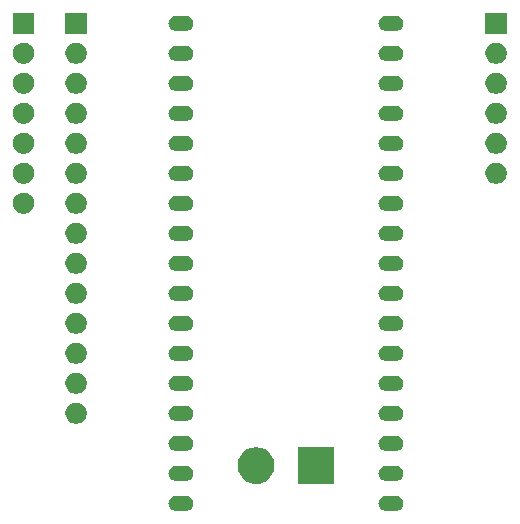
<source format=gbr>
G04 #@! TF.GenerationSoftware,KiCad,Pcbnew,(5.1.5)-2*
G04 #@! TF.CreationDate,2020-04-12T20:47:40+10:00*
G04 #@! TF.ProjectId,stm32-energymon,73746d33-322d-4656-9e65-7267796d6f6e,rev?*
G04 #@! TF.SameCoordinates,Original*
G04 #@! TF.FileFunction,Soldermask,Bot*
G04 #@! TF.FilePolarity,Negative*
%FSLAX46Y46*%
G04 Gerber Fmt 4.6, Leading zero omitted, Abs format (unit mm)*
G04 Created by KiCad (PCBNEW (5.1.5)-2) date 2020-04-12 20:47:40*
%MOMM*%
%LPD*%
G04 APERTURE LIST*
%ADD10C,0.100000*%
G04 APERTURE END LIST*
D10*
G36*
X115373855Y-102857140D02*
G01*
X115437618Y-102863420D01*
X115528404Y-102890960D01*
X115560336Y-102900646D01*
X115673425Y-102961094D01*
X115772554Y-103042446D01*
X115853906Y-103141575D01*
X115914354Y-103254664D01*
X115914355Y-103254668D01*
X115951580Y-103377382D01*
X115964149Y-103505000D01*
X115951580Y-103632618D01*
X115924040Y-103723404D01*
X115914354Y-103755336D01*
X115853906Y-103868425D01*
X115772554Y-103967554D01*
X115673425Y-104048906D01*
X115560336Y-104109354D01*
X115528404Y-104119040D01*
X115437618Y-104146580D01*
X115373855Y-104152860D01*
X115341974Y-104156000D01*
X114478026Y-104156000D01*
X114446145Y-104152860D01*
X114382382Y-104146580D01*
X114291596Y-104119040D01*
X114259664Y-104109354D01*
X114146575Y-104048906D01*
X114047446Y-103967554D01*
X113966094Y-103868425D01*
X113905646Y-103755336D01*
X113895960Y-103723404D01*
X113868420Y-103632618D01*
X113855851Y-103505000D01*
X113868420Y-103377382D01*
X113905645Y-103254668D01*
X113905646Y-103254664D01*
X113966094Y-103141575D01*
X114047446Y-103042446D01*
X114146575Y-102961094D01*
X114259664Y-102900646D01*
X114291596Y-102890960D01*
X114382382Y-102863420D01*
X114446145Y-102857140D01*
X114478026Y-102854000D01*
X115341974Y-102854000D01*
X115373855Y-102857140D01*
G37*
G36*
X97593855Y-102857140D02*
G01*
X97657618Y-102863420D01*
X97748404Y-102890960D01*
X97780336Y-102900646D01*
X97893425Y-102961094D01*
X97992554Y-103042446D01*
X98073906Y-103141575D01*
X98134354Y-103254664D01*
X98134355Y-103254668D01*
X98171580Y-103377382D01*
X98184149Y-103505000D01*
X98171580Y-103632618D01*
X98144040Y-103723404D01*
X98134354Y-103755336D01*
X98073906Y-103868425D01*
X97992554Y-103967554D01*
X97893425Y-104048906D01*
X97780336Y-104109354D01*
X97748404Y-104119040D01*
X97657618Y-104146580D01*
X97593855Y-104152860D01*
X97561974Y-104156000D01*
X96698026Y-104156000D01*
X96666145Y-104152860D01*
X96602382Y-104146580D01*
X96511596Y-104119040D01*
X96479664Y-104109354D01*
X96366575Y-104048906D01*
X96267446Y-103967554D01*
X96186094Y-103868425D01*
X96125646Y-103755336D01*
X96115960Y-103723404D01*
X96088420Y-103632618D01*
X96075851Y-103505000D01*
X96088420Y-103377382D01*
X96125645Y-103254668D01*
X96125646Y-103254664D01*
X96186094Y-103141575D01*
X96267446Y-103042446D01*
X96366575Y-102961094D01*
X96479664Y-102900646D01*
X96511596Y-102890960D01*
X96602382Y-102863420D01*
X96666145Y-102857140D01*
X96698026Y-102854000D01*
X97561974Y-102854000D01*
X97593855Y-102857140D01*
G37*
G36*
X103705143Y-98788425D02*
G01*
X103957410Y-98838604D01*
X104239674Y-98955521D01*
X104493705Y-99125259D01*
X104709741Y-99341295D01*
X104879479Y-99595326D01*
X104996396Y-99877590D01*
X104996396Y-99877591D01*
X105056000Y-100177239D01*
X105056000Y-100482761D01*
X105032366Y-100601575D01*
X104996396Y-100782410D01*
X104879479Y-101064674D01*
X104709741Y-101318705D01*
X104493705Y-101534741D01*
X104239674Y-101704479D01*
X103957410Y-101821396D01*
X103807585Y-101851198D01*
X103657761Y-101881000D01*
X103352239Y-101881000D01*
X103202415Y-101851198D01*
X103052590Y-101821396D01*
X102770326Y-101704479D01*
X102516295Y-101534741D01*
X102300259Y-101318705D01*
X102130521Y-101064674D01*
X102013604Y-100782410D01*
X101977634Y-100601575D01*
X101954000Y-100482761D01*
X101954000Y-100177239D01*
X102013604Y-99877591D01*
X102013604Y-99877590D01*
X102130521Y-99595326D01*
X102300259Y-99341295D01*
X102516295Y-99125259D01*
X102770326Y-98955521D01*
X103052590Y-98838604D01*
X103304857Y-98788425D01*
X103352239Y-98779000D01*
X103657761Y-98779000D01*
X103705143Y-98788425D01*
G37*
G36*
X110136000Y-101881000D02*
G01*
X107034000Y-101881000D01*
X107034000Y-98779000D01*
X110136000Y-98779000D01*
X110136000Y-101881000D01*
G37*
G36*
X97593855Y-100317140D02*
G01*
X97657618Y-100323420D01*
X97748404Y-100350960D01*
X97780336Y-100360646D01*
X97893425Y-100421094D01*
X97992554Y-100502446D01*
X98073906Y-100601575D01*
X98134354Y-100714664D01*
X98134355Y-100714668D01*
X98171580Y-100837382D01*
X98184149Y-100965000D01*
X98171580Y-101092618D01*
X98144040Y-101183404D01*
X98134354Y-101215336D01*
X98073906Y-101328425D01*
X97992554Y-101427554D01*
X97893425Y-101508906D01*
X97780336Y-101569354D01*
X97748404Y-101579040D01*
X97657618Y-101606580D01*
X97593855Y-101612860D01*
X97561974Y-101616000D01*
X96698026Y-101616000D01*
X96666145Y-101612860D01*
X96602382Y-101606580D01*
X96511596Y-101579040D01*
X96479664Y-101569354D01*
X96366575Y-101508906D01*
X96267446Y-101427554D01*
X96186094Y-101328425D01*
X96125646Y-101215336D01*
X96115960Y-101183404D01*
X96088420Y-101092618D01*
X96075851Y-100965000D01*
X96088420Y-100837382D01*
X96125645Y-100714668D01*
X96125646Y-100714664D01*
X96186094Y-100601575D01*
X96267446Y-100502446D01*
X96366575Y-100421094D01*
X96479664Y-100360646D01*
X96511596Y-100350960D01*
X96602382Y-100323420D01*
X96666145Y-100317140D01*
X96698026Y-100314000D01*
X97561974Y-100314000D01*
X97593855Y-100317140D01*
G37*
G36*
X115373855Y-100317140D02*
G01*
X115437618Y-100323420D01*
X115528404Y-100350960D01*
X115560336Y-100360646D01*
X115673425Y-100421094D01*
X115772554Y-100502446D01*
X115853906Y-100601575D01*
X115914354Y-100714664D01*
X115914355Y-100714668D01*
X115951580Y-100837382D01*
X115964149Y-100965000D01*
X115951580Y-101092618D01*
X115924040Y-101183404D01*
X115914354Y-101215336D01*
X115853906Y-101328425D01*
X115772554Y-101427554D01*
X115673425Y-101508906D01*
X115560336Y-101569354D01*
X115528404Y-101579040D01*
X115437618Y-101606580D01*
X115373855Y-101612860D01*
X115341974Y-101616000D01*
X114478026Y-101616000D01*
X114446145Y-101612860D01*
X114382382Y-101606580D01*
X114291596Y-101579040D01*
X114259664Y-101569354D01*
X114146575Y-101508906D01*
X114047446Y-101427554D01*
X113966094Y-101328425D01*
X113905646Y-101215336D01*
X113895960Y-101183404D01*
X113868420Y-101092618D01*
X113855851Y-100965000D01*
X113868420Y-100837382D01*
X113905645Y-100714668D01*
X113905646Y-100714664D01*
X113966094Y-100601575D01*
X114047446Y-100502446D01*
X114146575Y-100421094D01*
X114259664Y-100360646D01*
X114291596Y-100350960D01*
X114382382Y-100323420D01*
X114446145Y-100317140D01*
X114478026Y-100314000D01*
X115341974Y-100314000D01*
X115373855Y-100317140D01*
G37*
G36*
X115373855Y-97777140D02*
G01*
X115437618Y-97783420D01*
X115528404Y-97810960D01*
X115560336Y-97820646D01*
X115673425Y-97881094D01*
X115772554Y-97962446D01*
X115853906Y-98061575D01*
X115914354Y-98174664D01*
X115914355Y-98174668D01*
X115951580Y-98297382D01*
X115964149Y-98425000D01*
X115951580Y-98552618D01*
X115924040Y-98643404D01*
X115914354Y-98675336D01*
X115853906Y-98788425D01*
X115772554Y-98887554D01*
X115673425Y-98968906D01*
X115560336Y-99029354D01*
X115528404Y-99039040D01*
X115437618Y-99066580D01*
X115373855Y-99072860D01*
X115341974Y-99076000D01*
X114478026Y-99076000D01*
X114446145Y-99072860D01*
X114382382Y-99066580D01*
X114291596Y-99039040D01*
X114259664Y-99029354D01*
X114146575Y-98968906D01*
X114047446Y-98887554D01*
X113966094Y-98788425D01*
X113905646Y-98675336D01*
X113895960Y-98643404D01*
X113868420Y-98552618D01*
X113855851Y-98425000D01*
X113868420Y-98297382D01*
X113905645Y-98174668D01*
X113905646Y-98174664D01*
X113966094Y-98061575D01*
X114047446Y-97962446D01*
X114146575Y-97881094D01*
X114259664Y-97820646D01*
X114291596Y-97810960D01*
X114382382Y-97783420D01*
X114446145Y-97777140D01*
X114478026Y-97774000D01*
X115341974Y-97774000D01*
X115373855Y-97777140D01*
G37*
G36*
X97593855Y-97777140D02*
G01*
X97657618Y-97783420D01*
X97748404Y-97810960D01*
X97780336Y-97820646D01*
X97893425Y-97881094D01*
X97992554Y-97962446D01*
X98073906Y-98061575D01*
X98134354Y-98174664D01*
X98134355Y-98174668D01*
X98171580Y-98297382D01*
X98184149Y-98425000D01*
X98171580Y-98552618D01*
X98144040Y-98643404D01*
X98134354Y-98675336D01*
X98073906Y-98788425D01*
X97992554Y-98887554D01*
X97893425Y-98968906D01*
X97780336Y-99029354D01*
X97748404Y-99039040D01*
X97657618Y-99066580D01*
X97593855Y-99072860D01*
X97561974Y-99076000D01*
X96698026Y-99076000D01*
X96666145Y-99072860D01*
X96602382Y-99066580D01*
X96511596Y-99039040D01*
X96479664Y-99029354D01*
X96366575Y-98968906D01*
X96267446Y-98887554D01*
X96186094Y-98788425D01*
X96125646Y-98675336D01*
X96115960Y-98643404D01*
X96088420Y-98552618D01*
X96075851Y-98425000D01*
X96088420Y-98297382D01*
X96125645Y-98174668D01*
X96125646Y-98174664D01*
X96186094Y-98061575D01*
X96267446Y-97962446D01*
X96366575Y-97881094D01*
X96479664Y-97820646D01*
X96511596Y-97810960D01*
X96602382Y-97783420D01*
X96666145Y-97777140D01*
X96698026Y-97774000D01*
X97561974Y-97774000D01*
X97593855Y-97777140D01*
G37*
G36*
X88378512Y-94988927D02*
G01*
X88527812Y-95018624D01*
X88691784Y-95086544D01*
X88839354Y-95185147D01*
X88964853Y-95310646D01*
X89063456Y-95458216D01*
X89131376Y-95622188D01*
X89166000Y-95796259D01*
X89166000Y-95973741D01*
X89131376Y-96147812D01*
X89063456Y-96311784D01*
X88964853Y-96459354D01*
X88839354Y-96584853D01*
X88691784Y-96683456D01*
X88527812Y-96751376D01*
X88378512Y-96781073D01*
X88353742Y-96786000D01*
X88176258Y-96786000D01*
X88151488Y-96781073D01*
X88002188Y-96751376D01*
X87838216Y-96683456D01*
X87690646Y-96584853D01*
X87565147Y-96459354D01*
X87466544Y-96311784D01*
X87398624Y-96147812D01*
X87364000Y-95973741D01*
X87364000Y-95796259D01*
X87398624Y-95622188D01*
X87466544Y-95458216D01*
X87565147Y-95310646D01*
X87690646Y-95185147D01*
X87838216Y-95086544D01*
X88002188Y-95018624D01*
X88151488Y-94988927D01*
X88176258Y-94984000D01*
X88353742Y-94984000D01*
X88378512Y-94988927D01*
G37*
G36*
X115373855Y-95237140D02*
G01*
X115437618Y-95243420D01*
X115528404Y-95270960D01*
X115560336Y-95280646D01*
X115673425Y-95341094D01*
X115772554Y-95422446D01*
X115853906Y-95521575D01*
X115914354Y-95634664D01*
X115914355Y-95634668D01*
X115951580Y-95757382D01*
X115964149Y-95885000D01*
X115951580Y-96012618D01*
X115924040Y-96103404D01*
X115914354Y-96135336D01*
X115853906Y-96248425D01*
X115772554Y-96347554D01*
X115673425Y-96428906D01*
X115560336Y-96489354D01*
X115528404Y-96499040D01*
X115437618Y-96526580D01*
X115373855Y-96532860D01*
X115341974Y-96536000D01*
X114478026Y-96536000D01*
X114446145Y-96532860D01*
X114382382Y-96526580D01*
X114291596Y-96499040D01*
X114259664Y-96489354D01*
X114146575Y-96428906D01*
X114047446Y-96347554D01*
X113966094Y-96248425D01*
X113905646Y-96135336D01*
X113895960Y-96103404D01*
X113868420Y-96012618D01*
X113855851Y-95885000D01*
X113868420Y-95757382D01*
X113905645Y-95634668D01*
X113905646Y-95634664D01*
X113966094Y-95521575D01*
X114047446Y-95422446D01*
X114146575Y-95341094D01*
X114259664Y-95280646D01*
X114291596Y-95270960D01*
X114382382Y-95243420D01*
X114446145Y-95237140D01*
X114478026Y-95234000D01*
X115341974Y-95234000D01*
X115373855Y-95237140D01*
G37*
G36*
X97593855Y-95237140D02*
G01*
X97657618Y-95243420D01*
X97748404Y-95270960D01*
X97780336Y-95280646D01*
X97893425Y-95341094D01*
X97992554Y-95422446D01*
X98073906Y-95521575D01*
X98134354Y-95634664D01*
X98134355Y-95634668D01*
X98171580Y-95757382D01*
X98184149Y-95885000D01*
X98171580Y-96012618D01*
X98144040Y-96103404D01*
X98134354Y-96135336D01*
X98073906Y-96248425D01*
X97992554Y-96347554D01*
X97893425Y-96428906D01*
X97780336Y-96489354D01*
X97748404Y-96499040D01*
X97657618Y-96526580D01*
X97593855Y-96532860D01*
X97561974Y-96536000D01*
X96698026Y-96536000D01*
X96666145Y-96532860D01*
X96602382Y-96526580D01*
X96511596Y-96499040D01*
X96479664Y-96489354D01*
X96366575Y-96428906D01*
X96267446Y-96347554D01*
X96186094Y-96248425D01*
X96125646Y-96135336D01*
X96115960Y-96103404D01*
X96088420Y-96012618D01*
X96075851Y-95885000D01*
X96088420Y-95757382D01*
X96125645Y-95634668D01*
X96125646Y-95634664D01*
X96186094Y-95521575D01*
X96267446Y-95422446D01*
X96366575Y-95341094D01*
X96479664Y-95280646D01*
X96511596Y-95270960D01*
X96602382Y-95243420D01*
X96666145Y-95237140D01*
X96698026Y-95234000D01*
X97561974Y-95234000D01*
X97593855Y-95237140D01*
G37*
G36*
X88378512Y-92448927D02*
G01*
X88527812Y-92478624D01*
X88691784Y-92546544D01*
X88839354Y-92645147D01*
X88964853Y-92770646D01*
X89063456Y-92918216D01*
X89131376Y-93082188D01*
X89166000Y-93256259D01*
X89166000Y-93433741D01*
X89131376Y-93607812D01*
X89063456Y-93771784D01*
X88964853Y-93919354D01*
X88839354Y-94044853D01*
X88691784Y-94143456D01*
X88527812Y-94211376D01*
X88378512Y-94241073D01*
X88353742Y-94246000D01*
X88176258Y-94246000D01*
X88151488Y-94241073D01*
X88002188Y-94211376D01*
X87838216Y-94143456D01*
X87690646Y-94044853D01*
X87565147Y-93919354D01*
X87466544Y-93771784D01*
X87398624Y-93607812D01*
X87364000Y-93433741D01*
X87364000Y-93256259D01*
X87398624Y-93082188D01*
X87466544Y-92918216D01*
X87565147Y-92770646D01*
X87690646Y-92645147D01*
X87838216Y-92546544D01*
X88002188Y-92478624D01*
X88151488Y-92448927D01*
X88176258Y-92444000D01*
X88353742Y-92444000D01*
X88378512Y-92448927D01*
G37*
G36*
X97593855Y-92697140D02*
G01*
X97657618Y-92703420D01*
X97748404Y-92730960D01*
X97780336Y-92740646D01*
X97893425Y-92801094D01*
X97992554Y-92882446D01*
X98073906Y-92981575D01*
X98134354Y-93094664D01*
X98134355Y-93094668D01*
X98171580Y-93217382D01*
X98184149Y-93345000D01*
X98171580Y-93472618D01*
X98144040Y-93563404D01*
X98134354Y-93595336D01*
X98073906Y-93708425D01*
X97992554Y-93807554D01*
X97893425Y-93888906D01*
X97780336Y-93949354D01*
X97748404Y-93959040D01*
X97657618Y-93986580D01*
X97593855Y-93992860D01*
X97561974Y-93996000D01*
X96698026Y-93996000D01*
X96666145Y-93992860D01*
X96602382Y-93986580D01*
X96511596Y-93959040D01*
X96479664Y-93949354D01*
X96366575Y-93888906D01*
X96267446Y-93807554D01*
X96186094Y-93708425D01*
X96125646Y-93595336D01*
X96115960Y-93563404D01*
X96088420Y-93472618D01*
X96075851Y-93345000D01*
X96088420Y-93217382D01*
X96125645Y-93094668D01*
X96125646Y-93094664D01*
X96186094Y-92981575D01*
X96267446Y-92882446D01*
X96366575Y-92801094D01*
X96479664Y-92740646D01*
X96511596Y-92730960D01*
X96602382Y-92703420D01*
X96666145Y-92697140D01*
X96698026Y-92694000D01*
X97561974Y-92694000D01*
X97593855Y-92697140D01*
G37*
G36*
X115373855Y-92697140D02*
G01*
X115437618Y-92703420D01*
X115528404Y-92730960D01*
X115560336Y-92740646D01*
X115673425Y-92801094D01*
X115772554Y-92882446D01*
X115853906Y-92981575D01*
X115914354Y-93094664D01*
X115914355Y-93094668D01*
X115951580Y-93217382D01*
X115964149Y-93345000D01*
X115951580Y-93472618D01*
X115924040Y-93563404D01*
X115914354Y-93595336D01*
X115853906Y-93708425D01*
X115772554Y-93807554D01*
X115673425Y-93888906D01*
X115560336Y-93949354D01*
X115528404Y-93959040D01*
X115437618Y-93986580D01*
X115373855Y-93992860D01*
X115341974Y-93996000D01*
X114478026Y-93996000D01*
X114446145Y-93992860D01*
X114382382Y-93986580D01*
X114291596Y-93959040D01*
X114259664Y-93949354D01*
X114146575Y-93888906D01*
X114047446Y-93807554D01*
X113966094Y-93708425D01*
X113905646Y-93595336D01*
X113895960Y-93563404D01*
X113868420Y-93472618D01*
X113855851Y-93345000D01*
X113868420Y-93217382D01*
X113905645Y-93094668D01*
X113905646Y-93094664D01*
X113966094Y-92981575D01*
X114047446Y-92882446D01*
X114146575Y-92801094D01*
X114259664Y-92740646D01*
X114291596Y-92730960D01*
X114382382Y-92703420D01*
X114446145Y-92697140D01*
X114478026Y-92694000D01*
X115341974Y-92694000D01*
X115373855Y-92697140D01*
G37*
G36*
X88378512Y-89908927D02*
G01*
X88527812Y-89938624D01*
X88691784Y-90006544D01*
X88839354Y-90105147D01*
X88964853Y-90230646D01*
X89063456Y-90378216D01*
X89131376Y-90542188D01*
X89166000Y-90716259D01*
X89166000Y-90893741D01*
X89131376Y-91067812D01*
X89063456Y-91231784D01*
X88964853Y-91379354D01*
X88839354Y-91504853D01*
X88691784Y-91603456D01*
X88527812Y-91671376D01*
X88378512Y-91701073D01*
X88353742Y-91706000D01*
X88176258Y-91706000D01*
X88151488Y-91701073D01*
X88002188Y-91671376D01*
X87838216Y-91603456D01*
X87690646Y-91504853D01*
X87565147Y-91379354D01*
X87466544Y-91231784D01*
X87398624Y-91067812D01*
X87364000Y-90893741D01*
X87364000Y-90716259D01*
X87398624Y-90542188D01*
X87466544Y-90378216D01*
X87565147Y-90230646D01*
X87690646Y-90105147D01*
X87838216Y-90006544D01*
X88002188Y-89938624D01*
X88151488Y-89908927D01*
X88176258Y-89904000D01*
X88353742Y-89904000D01*
X88378512Y-89908927D01*
G37*
G36*
X97593855Y-90157140D02*
G01*
X97657618Y-90163420D01*
X97748404Y-90190960D01*
X97780336Y-90200646D01*
X97893425Y-90261094D01*
X97992554Y-90342446D01*
X98073906Y-90441575D01*
X98134354Y-90554664D01*
X98134355Y-90554668D01*
X98171580Y-90677382D01*
X98184149Y-90805000D01*
X98171580Y-90932618D01*
X98144040Y-91023404D01*
X98134354Y-91055336D01*
X98073906Y-91168425D01*
X97992554Y-91267554D01*
X97893425Y-91348906D01*
X97780336Y-91409354D01*
X97748404Y-91419040D01*
X97657618Y-91446580D01*
X97593855Y-91452860D01*
X97561974Y-91456000D01*
X96698026Y-91456000D01*
X96666145Y-91452860D01*
X96602382Y-91446580D01*
X96511596Y-91419040D01*
X96479664Y-91409354D01*
X96366575Y-91348906D01*
X96267446Y-91267554D01*
X96186094Y-91168425D01*
X96125646Y-91055336D01*
X96115960Y-91023404D01*
X96088420Y-90932618D01*
X96075851Y-90805000D01*
X96088420Y-90677382D01*
X96125645Y-90554668D01*
X96125646Y-90554664D01*
X96186094Y-90441575D01*
X96267446Y-90342446D01*
X96366575Y-90261094D01*
X96479664Y-90200646D01*
X96511596Y-90190960D01*
X96602382Y-90163420D01*
X96666145Y-90157140D01*
X96698026Y-90154000D01*
X97561974Y-90154000D01*
X97593855Y-90157140D01*
G37*
G36*
X115373855Y-90157140D02*
G01*
X115437618Y-90163420D01*
X115528404Y-90190960D01*
X115560336Y-90200646D01*
X115673425Y-90261094D01*
X115772554Y-90342446D01*
X115853906Y-90441575D01*
X115914354Y-90554664D01*
X115914355Y-90554668D01*
X115951580Y-90677382D01*
X115964149Y-90805000D01*
X115951580Y-90932618D01*
X115924040Y-91023404D01*
X115914354Y-91055336D01*
X115853906Y-91168425D01*
X115772554Y-91267554D01*
X115673425Y-91348906D01*
X115560336Y-91409354D01*
X115528404Y-91419040D01*
X115437618Y-91446580D01*
X115373855Y-91452860D01*
X115341974Y-91456000D01*
X114478026Y-91456000D01*
X114446145Y-91452860D01*
X114382382Y-91446580D01*
X114291596Y-91419040D01*
X114259664Y-91409354D01*
X114146575Y-91348906D01*
X114047446Y-91267554D01*
X113966094Y-91168425D01*
X113905646Y-91055336D01*
X113895960Y-91023404D01*
X113868420Y-90932618D01*
X113855851Y-90805000D01*
X113868420Y-90677382D01*
X113905645Y-90554668D01*
X113905646Y-90554664D01*
X113966094Y-90441575D01*
X114047446Y-90342446D01*
X114146575Y-90261094D01*
X114259664Y-90200646D01*
X114291596Y-90190960D01*
X114382382Y-90163420D01*
X114446145Y-90157140D01*
X114478026Y-90154000D01*
X115341974Y-90154000D01*
X115373855Y-90157140D01*
G37*
G36*
X88378512Y-87368927D02*
G01*
X88527812Y-87398624D01*
X88691784Y-87466544D01*
X88839354Y-87565147D01*
X88964853Y-87690646D01*
X89063456Y-87838216D01*
X89131376Y-88002188D01*
X89166000Y-88176259D01*
X89166000Y-88353741D01*
X89131376Y-88527812D01*
X89063456Y-88691784D01*
X88964853Y-88839354D01*
X88839354Y-88964853D01*
X88691784Y-89063456D01*
X88527812Y-89131376D01*
X88378512Y-89161073D01*
X88353742Y-89166000D01*
X88176258Y-89166000D01*
X88151488Y-89161073D01*
X88002188Y-89131376D01*
X87838216Y-89063456D01*
X87690646Y-88964853D01*
X87565147Y-88839354D01*
X87466544Y-88691784D01*
X87398624Y-88527812D01*
X87364000Y-88353741D01*
X87364000Y-88176259D01*
X87398624Y-88002188D01*
X87466544Y-87838216D01*
X87565147Y-87690646D01*
X87690646Y-87565147D01*
X87838216Y-87466544D01*
X88002188Y-87398624D01*
X88151488Y-87368927D01*
X88176258Y-87364000D01*
X88353742Y-87364000D01*
X88378512Y-87368927D01*
G37*
G36*
X97593855Y-87617140D02*
G01*
X97657618Y-87623420D01*
X97748404Y-87650960D01*
X97780336Y-87660646D01*
X97893425Y-87721094D01*
X97992554Y-87802446D01*
X98073906Y-87901575D01*
X98134354Y-88014664D01*
X98134355Y-88014668D01*
X98171580Y-88137382D01*
X98184149Y-88265000D01*
X98171580Y-88392618D01*
X98144040Y-88483404D01*
X98134354Y-88515336D01*
X98073906Y-88628425D01*
X97992554Y-88727554D01*
X97893425Y-88808906D01*
X97780336Y-88869354D01*
X97748404Y-88879040D01*
X97657618Y-88906580D01*
X97593855Y-88912860D01*
X97561974Y-88916000D01*
X96698026Y-88916000D01*
X96666145Y-88912860D01*
X96602382Y-88906580D01*
X96511596Y-88879040D01*
X96479664Y-88869354D01*
X96366575Y-88808906D01*
X96267446Y-88727554D01*
X96186094Y-88628425D01*
X96125646Y-88515336D01*
X96115960Y-88483404D01*
X96088420Y-88392618D01*
X96075851Y-88265000D01*
X96088420Y-88137382D01*
X96125645Y-88014668D01*
X96125646Y-88014664D01*
X96186094Y-87901575D01*
X96267446Y-87802446D01*
X96366575Y-87721094D01*
X96479664Y-87660646D01*
X96511596Y-87650960D01*
X96602382Y-87623420D01*
X96666145Y-87617140D01*
X96698026Y-87614000D01*
X97561974Y-87614000D01*
X97593855Y-87617140D01*
G37*
G36*
X115373855Y-87617140D02*
G01*
X115437618Y-87623420D01*
X115528404Y-87650960D01*
X115560336Y-87660646D01*
X115673425Y-87721094D01*
X115772554Y-87802446D01*
X115853906Y-87901575D01*
X115914354Y-88014664D01*
X115914355Y-88014668D01*
X115951580Y-88137382D01*
X115964149Y-88265000D01*
X115951580Y-88392618D01*
X115924040Y-88483404D01*
X115914354Y-88515336D01*
X115853906Y-88628425D01*
X115772554Y-88727554D01*
X115673425Y-88808906D01*
X115560336Y-88869354D01*
X115528404Y-88879040D01*
X115437618Y-88906580D01*
X115373855Y-88912860D01*
X115341974Y-88916000D01*
X114478026Y-88916000D01*
X114446145Y-88912860D01*
X114382382Y-88906580D01*
X114291596Y-88879040D01*
X114259664Y-88869354D01*
X114146575Y-88808906D01*
X114047446Y-88727554D01*
X113966094Y-88628425D01*
X113905646Y-88515336D01*
X113895960Y-88483404D01*
X113868420Y-88392618D01*
X113855851Y-88265000D01*
X113868420Y-88137382D01*
X113905645Y-88014668D01*
X113905646Y-88014664D01*
X113966094Y-87901575D01*
X114047446Y-87802446D01*
X114146575Y-87721094D01*
X114259664Y-87660646D01*
X114291596Y-87650960D01*
X114382382Y-87623420D01*
X114446145Y-87617140D01*
X114478026Y-87614000D01*
X115341974Y-87614000D01*
X115373855Y-87617140D01*
G37*
G36*
X88378512Y-84828927D02*
G01*
X88527812Y-84858624D01*
X88691784Y-84926544D01*
X88839354Y-85025147D01*
X88964853Y-85150646D01*
X89063456Y-85298216D01*
X89131376Y-85462188D01*
X89166000Y-85636259D01*
X89166000Y-85813741D01*
X89131376Y-85987812D01*
X89063456Y-86151784D01*
X88964853Y-86299354D01*
X88839354Y-86424853D01*
X88691784Y-86523456D01*
X88527812Y-86591376D01*
X88378512Y-86621073D01*
X88353742Y-86626000D01*
X88176258Y-86626000D01*
X88151488Y-86621073D01*
X88002188Y-86591376D01*
X87838216Y-86523456D01*
X87690646Y-86424853D01*
X87565147Y-86299354D01*
X87466544Y-86151784D01*
X87398624Y-85987812D01*
X87364000Y-85813741D01*
X87364000Y-85636259D01*
X87398624Y-85462188D01*
X87466544Y-85298216D01*
X87565147Y-85150646D01*
X87690646Y-85025147D01*
X87838216Y-84926544D01*
X88002188Y-84858624D01*
X88151488Y-84828927D01*
X88176258Y-84824000D01*
X88353742Y-84824000D01*
X88378512Y-84828927D01*
G37*
G36*
X97593855Y-85077140D02*
G01*
X97657618Y-85083420D01*
X97748404Y-85110960D01*
X97780336Y-85120646D01*
X97893425Y-85181094D01*
X97992554Y-85262446D01*
X98073906Y-85361575D01*
X98134354Y-85474664D01*
X98134355Y-85474668D01*
X98171580Y-85597382D01*
X98184149Y-85725000D01*
X98171580Y-85852618D01*
X98144040Y-85943404D01*
X98134354Y-85975336D01*
X98073906Y-86088425D01*
X97992554Y-86187554D01*
X97893425Y-86268906D01*
X97780336Y-86329354D01*
X97748404Y-86339040D01*
X97657618Y-86366580D01*
X97593855Y-86372860D01*
X97561974Y-86376000D01*
X96698026Y-86376000D01*
X96666145Y-86372860D01*
X96602382Y-86366580D01*
X96511596Y-86339040D01*
X96479664Y-86329354D01*
X96366575Y-86268906D01*
X96267446Y-86187554D01*
X96186094Y-86088425D01*
X96125646Y-85975336D01*
X96115960Y-85943404D01*
X96088420Y-85852618D01*
X96075851Y-85725000D01*
X96088420Y-85597382D01*
X96125645Y-85474668D01*
X96125646Y-85474664D01*
X96186094Y-85361575D01*
X96267446Y-85262446D01*
X96366575Y-85181094D01*
X96479664Y-85120646D01*
X96511596Y-85110960D01*
X96602382Y-85083420D01*
X96666145Y-85077140D01*
X96698026Y-85074000D01*
X97561974Y-85074000D01*
X97593855Y-85077140D01*
G37*
G36*
X115373855Y-85077140D02*
G01*
X115437618Y-85083420D01*
X115528404Y-85110960D01*
X115560336Y-85120646D01*
X115673425Y-85181094D01*
X115772554Y-85262446D01*
X115853906Y-85361575D01*
X115914354Y-85474664D01*
X115914355Y-85474668D01*
X115951580Y-85597382D01*
X115964149Y-85725000D01*
X115951580Y-85852618D01*
X115924040Y-85943404D01*
X115914354Y-85975336D01*
X115853906Y-86088425D01*
X115772554Y-86187554D01*
X115673425Y-86268906D01*
X115560336Y-86329354D01*
X115528404Y-86339040D01*
X115437618Y-86366580D01*
X115373855Y-86372860D01*
X115341974Y-86376000D01*
X114478026Y-86376000D01*
X114446145Y-86372860D01*
X114382382Y-86366580D01*
X114291596Y-86339040D01*
X114259664Y-86329354D01*
X114146575Y-86268906D01*
X114047446Y-86187554D01*
X113966094Y-86088425D01*
X113905646Y-85975336D01*
X113895960Y-85943404D01*
X113868420Y-85852618D01*
X113855851Y-85725000D01*
X113868420Y-85597382D01*
X113905645Y-85474668D01*
X113905646Y-85474664D01*
X113966094Y-85361575D01*
X114047446Y-85262446D01*
X114146575Y-85181094D01*
X114259664Y-85120646D01*
X114291596Y-85110960D01*
X114382382Y-85083420D01*
X114446145Y-85077140D01*
X114478026Y-85074000D01*
X115341974Y-85074000D01*
X115373855Y-85077140D01*
G37*
G36*
X88378512Y-82288927D02*
G01*
X88527812Y-82318624D01*
X88691784Y-82386544D01*
X88839354Y-82485147D01*
X88964853Y-82610646D01*
X89063456Y-82758216D01*
X89131376Y-82922188D01*
X89166000Y-83096259D01*
X89166000Y-83273741D01*
X89131376Y-83447812D01*
X89063456Y-83611784D01*
X88964853Y-83759354D01*
X88839354Y-83884853D01*
X88691784Y-83983456D01*
X88527812Y-84051376D01*
X88378512Y-84081073D01*
X88353742Y-84086000D01*
X88176258Y-84086000D01*
X88151488Y-84081073D01*
X88002188Y-84051376D01*
X87838216Y-83983456D01*
X87690646Y-83884853D01*
X87565147Y-83759354D01*
X87466544Y-83611784D01*
X87398624Y-83447812D01*
X87364000Y-83273741D01*
X87364000Y-83096259D01*
X87398624Y-82922188D01*
X87466544Y-82758216D01*
X87565147Y-82610646D01*
X87690646Y-82485147D01*
X87838216Y-82386544D01*
X88002188Y-82318624D01*
X88151488Y-82288927D01*
X88176258Y-82284000D01*
X88353742Y-82284000D01*
X88378512Y-82288927D01*
G37*
G36*
X97593855Y-82537140D02*
G01*
X97657618Y-82543420D01*
X97748404Y-82570960D01*
X97780336Y-82580646D01*
X97893425Y-82641094D01*
X97992554Y-82722446D01*
X98073906Y-82821575D01*
X98134354Y-82934664D01*
X98134355Y-82934668D01*
X98171580Y-83057382D01*
X98184149Y-83185000D01*
X98171580Y-83312618D01*
X98144040Y-83403404D01*
X98134354Y-83435336D01*
X98073906Y-83548425D01*
X97992554Y-83647554D01*
X97893425Y-83728906D01*
X97780336Y-83789354D01*
X97748404Y-83799040D01*
X97657618Y-83826580D01*
X97593855Y-83832860D01*
X97561974Y-83836000D01*
X96698026Y-83836000D01*
X96666145Y-83832860D01*
X96602382Y-83826580D01*
X96511596Y-83799040D01*
X96479664Y-83789354D01*
X96366575Y-83728906D01*
X96267446Y-83647554D01*
X96186094Y-83548425D01*
X96125646Y-83435336D01*
X96115960Y-83403404D01*
X96088420Y-83312618D01*
X96075851Y-83185000D01*
X96088420Y-83057382D01*
X96125645Y-82934668D01*
X96125646Y-82934664D01*
X96186094Y-82821575D01*
X96267446Y-82722446D01*
X96366575Y-82641094D01*
X96479664Y-82580646D01*
X96511596Y-82570960D01*
X96602382Y-82543420D01*
X96666145Y-82537140D01*
X96698026Y-82534000D01*
X97561974Y-82534000D01*
X97593855Y-82537140D01*
G37*
G36*
X115373855Y-82537140D02*
G01*
X115437618Y-82543420D01*
X115528404Y-82570960D01*
X115560336Y-82580646D01*
X115673425Y-82641094D01*
X115772554Y-82722446D01*
X115853906Y-82821575D01*
X115914354Y-82934664D01*
X115914355Y-82934668D01*
X115951580Y-83057382D01*
X115964149Y-83185000D01*
X115951580Y-83312618D01*
X115924040Y-83403404D01*
X115914354Y-83435336D01*
X115853906Y-83548425D01*
X115772554Y-83647554D01*
X115673425Y-83728906D01*
X115560336Y-83789354D01*
X115528404Y-83799040D01*
X115437618Y-83826580D01*
X115373855Y-83832860D01*
X115341974Y-83836000D01*
X114478026Y-83836000D01*
X114446145Y-83832860D01*
X114382382Y-83826580D01*
X114291596Y-83799040D01*
X114259664Y-83789354D01*
X114146575Y-83728906D01*
X114047446Y-83647554D01*
X113966094Y-83548425D01*
X113905646Y-83435336D01*
X113895960Y-83403404D01*
X113868420Y-83312618D01*
X113855851Y-83185000D01*
X113868420Y-83057382D01*
X113905645Y-82934668D01*
X113905646Y-82934664D01*
X113966094Y-82821575D01*
X114047446Y-82722446D01*
X114146575Y-82641094D01*
X114259664Y-82580646D01*
X114291596Y-82570960D01*
X114382382Y-82543420D01*
X114446145Y-82537140D01*
X114478026Y-82534000D01*
X115341974Y-82534000D01*
X115373855Y-82537140D01*
G37*
G36*
X88378512Y-79748927D02*
G01*
X88527812Y-79778624D01*
X88691784Y-79846544D01*
X88839354Y-79945147D01*
X88964853Y-80070646D01*
X89063456Y-80218216D01*
X89131376Y-80382188D01*
X89166000Y-80556259D01*
X89166000Y-80733741D01*
X89131376Y-80907812D01*
X89063456Y-81071784D01*
X88964853Y-81219354D01*
X88839354Y-81344853D01*
X88691784Y-81443456D01*
X88527812Y-81511376D01*
X88378512Y-81541073D01*
X88353742Y-81546000D01*
X88176258Y-81546000D01*
X88151488Y-81541073D01*
X88002188Y-81511376D01*
X87838216Y-81443456D01*
X87690646Y-81344853D01*
X87565147Y-81219354D01*
X87466544Y-81071784D01*
X87398624Y-80907812D01*
X87364000Y-80733741D01*
X87364000Y-80556259D01*
X87398624Y-80382188D01*
X87466544Y-80218216D01*
X87565147Y-80070646D01*
X87690646Y-79945147D01*
X87838216Y-79846544D01*
X88002188Y-79778624D01*
X88151488Y-79748927D01*
X88176258Y-79744000D01*
X88353742Y-79744000D01*
X88378512Y-79748927D01*
G37*
G36*
X97593855Y-79997140D02*
G01*
X97657618Y-80003420D01*
X97748404Y-80030960D01*
X97780336Y-80040646D01*
X97893425Y-80101094D01*
X97992554Y-80182446D01*
X98073906Y-80281575D01*
X98134354Y-80394664D01*
X98134355Y-80394668D01*
X98171580Y-80517382D01*
X98184149Y-80645000D01*
X98171580Y-80772618D01*
X98144040Y-80863404D01*
X98134354Y-80895336D01*
X98073906Y-81008425D01*
X97992554Y-81107554D01*
X97893425Y-81188906D01*
X97780336Y-81249354D01*
X97748404Y-81259040D01*
X97657618Y-81286580D01*
X97593855Y-81292860D01*
X97561974Y-81296000D01*
X96698026Y-81296000D01*
X96666145Y-81292860D01*
X96602382Y-81286580D01*
X96511596Y-81259040D01*
X96479664Y-81249354D01*
X96366575Y-81188906D01*
X96267446Y-81107554D01*
X96186094Y-81008425D01*
X96125646Y-80895336D01*
X96115960Y-80863404D01*
X96088420Y-80772618D01*
X96075851Y-80645000D01*
X96088420Y-80517382D01*
X96125645Y-80394668D01*
X96125646Y-80394664D01*
X96186094Y-80281575D01*
X96267446Y-80182446D01*
X96366575Y-80101094D01*
X96479664Y-80040646D01*
X96511596Y-80030960D01*
X96602382Y-80003420D01*
X96666145Y-79997140D01*
X96698026Y-79994000D01*
X97561974Y-79994000D01*
X97593855Y-79997140D01*
G37*
G36*
X115373855Y-79997140D02*
G01*
X115437618Y-80003420D01*
X115528404Y-80030960D01*
X115560336Y-80040646D01*
X115673425Y-80101094D01*
X115772554Y-80182446D01*
X115853906Y-80281575D01*
X115914354Y-80394664D01*
X115914355Y-80394668D01*
X115951580Y-80517382D01*
X115964149Y-80645000D01*
X115951580Y-80772618D01*
X115924040Y-80863404D01*
X115914354Y-80895336D01*
X115853906Y-81008425D01*
X115772554Y-81107554D01*
X115673425Y-81188906D01*
X115560336Y-81249354D01*
X115528404Y-81259040D01*
X115437618Y-81286580D01*
X115373855Y-81292860D01*
X115341974Y-81296000D01*
X114478026Y-81296000D01*
X114446145Y-81292860D01*
X114382382Y-81286580D01*
X114291596Y-81259040D01*
X114259664Y-81249354D01*
X114146575Y-81188906D01*
X114047446Y-81107554D01*
X113966094Y-81008425D01*
X113905646Y-80895336D01*
X113895960Y-80863404D01*
X113868420Y-80772618D01*
X113855851Y-80645000D01*
X113868420Y-80517382D01*
X113905645Y-80394668D01*
X113905646Y-80394664D01*
X113966094Y-80281575D01*
X114047446Y-80182446D01*
X114146575Y-80101094D01*
X114259664Y-80040646D01*
X114291596Y-80030960D01*
X114382382Y-80003420D01*
X114446145Y-79997140D01*
X114478026Y-79994000D01*
X115341974Y-79994000D01*
X115373855Y-79997140D01*
G37*
G36*
X88378512Y-77208927D02*
G01*
X88527812Y-77238624D01*
X88691784Y-77306544D01*
X88839354Y-77405147D01*
X88964853Y-77530646D01*
X89063456Y-77678216D01*
X89131376Y-77842188D01*
X89166000Y-78016259D01*
X89166000Y-78193741D01*
X89131376Y-78367812D01*
X89063456Y-78531784D01*
X88964853Y-78679354D01*
X88839354Y-78804853D01*
X88691784Y-78903456D01*
X88527812Y-78971376D01*
X88378512Y-79001073D01*
X88353742Y-79006000D01*
X88176258Y-79006000D01*
X88151488Y-79001073D01*
X88002188Y-78971376D01*
X87838216Y-78903456D01*
X87690646Y-78804853D01*
X87565147Y-78679354D01*
X87466544Y-78531784D01*
X87398624Y-78367812D01*
X87364000Y-78193741D01*
X87364000Y-78016259D01*
X87398624Y-77842188D01*
X87466544Y-77678216D01*
X87565147Y-77530646D01*
X87690646Y-77405147D01*
X87838216Y-77306544D01*
X88002188Y-77238624D01*
X88151488Y-77208927D01*
X88176258Y-77204000D01*
X88353742Y-77204000D01*
X88378512Y-77208927D01*
G37*
G36*
X83933512Y-77208927D02*
G01*
X84082812Y-77238624D01*
X84246784Y-77306544D01*
X84394354Y-77405147D01*
X84519853Y-77530646D01*
X84618456Y-77678216D01*
X84686376Y-77842188D01*
X84721000Y-78016259D01*
X84721000Y-78193741D01*
X84686376Y-78367812D01*
X84618456Y-78531784D01*
X84519853Y-78679354D01*
X84394354Y-78804853D01*
X84246784Y-78903456D01*
X84082812Y-78971376D01*
X83933512Y-79001073D01*
X83908742Y-79006000D01*
X83731258Y-79006000D01*
X83706488Y-79001073D01*
X83557188Y-78971376D01*
X83393216Y-78903456D01*
X83245646Y-78804853D01*
X83120147Y-78679354D01*
X83021544Y-78531784D01*
X82953624Y-78367812D01*
X82919000Y-78193741D01*
X82919000Y-78016259D01*
X82953624Y-77842188D01*
X83021544Y-77678216D01*
X83120147Y-77530646D01*
X83245646Y-77405147D01*
X83393216Y-77306544D01*
X83557188Y-77238624D01*
X83706488Y-77208927D01*
X83731258Y-77204000D01*
X83908742Y-77204000D01*
X83933512Y-77208927D01*
G37*
G36*
X115373855Y-77457140D02*
G01*
X115437618Y-77463420D01*
X115528404Y-77490960D01*
X115560336Y-77500646D01*
X115673425Y-77561094D01*
X115772554Y-77642446D01*
X115853906Y-77741575D01*
X115914354Y-77854664D01*
X115914355Y-77854668D01*
X115951580Y-77977382D01*
X115964149Y-78105000D01*
X115951580Y-78232618D01*
X115924040Y-78323404D01*
X115914354Y-78355336D01*
X115853906Y-78468425D01*
X115772554Y-78567554D01*
X115673425Y-78648906D01*
X115560336Y-78709354D01*
X115528404Y-78719040D01*
X115437618Y-78746580D01*
X115373855Y-78752860D01*
X115341974Y-78756000D01*
X114478026Y-78756000D01*
X114446145Y-78752860D01*
X114382382Y-78746580D01*
X114291596Y-78719040D01*
X114259664Y-78709354D01*
X114146575Y-78648906D01*
X114047446Y-78567554D01*
X113966094Y-78468425D01*
X113905646Y-78355336D01*
X113895960Y-78323404D01*
X113868420Y-78232618D01*
X113855851Y-78105000D01*
X113868420Y-77977382D01*
X113905645Y-77854668D01*
X113905646Y-77854664D01*
X113966094Y-77741575D01*
X114047446Y-77642446D01*
X114146575Y-77561094D01*
X114259664Y-77500646D01*
X114291596Y-77490960D01*
X114382382Y-77463420D01*
X114446145Y-77457140D01*
X114478026Y-77454000D01*
X115341974Y-77454000D01*
X115373855Y-77457140D01*
G37*
G36*
X97593855Y-77457140D02*
G01*
X97657618Y-77463420D01*
X97748404Y-77490960D01*
X97780336Y-77500646D01*
X97893425Y-77561094D01*
X97992554Y-77642446D01*
X98073906Y-77741575D01*
X98134354Y-77854664D01*
X98134355Y-77854668D01*
X98171580Y-77977382D01*
X98184149Y-78105000D01*
X98171580Y-78232618D01*
X98144040Y-78323404D01*
X98134354Y-78355336D01*
X98073906Y-78468425D01*
X97992554Y-78567554D01*
X97893425Y-78648906D01*
X97780336Y-78709354D01*
X97748404Y-78719040D01*
X97657618Y-78746580D01*
X97593855Y-78752860D01*
X97561974Y-78756000D01*
X96698026Y-78756000D01*
X96666145Y-78752860D01*
X96602382Y-78746580D01*
X96511596Y-78719040D01*
X96479664Y-78709354D01*
X96366575Y-78648906D01*
X96267446Y-78567554D01*
X96186094Y-78468425D01*
X96125646Y-78355336D01*
X96115960Y-78323404D01*
X96088420Y-78232618D01*
X96075851Y-78105000D01*
X96088420Y-77977382D01*
X96125645Y-77854668D01*
X96125646Y-77854664D01*
X96186094Y-77741575D01*
X96267446Y-77642446D01*
X96366575Y-77561094D01*
X96479664Y-77500646D01*
X96511596Y-77490960D01*
X96602382Y-77463420D01*
X96666145Y-77457140D01*
X96698026Y-77454000D01*
X97561974Y-77454000D01*
X97593855Y-77457140D01*
G37*
G36*
X88378512Y-74668927D02*
G01*
X88527812Y-74698624D01*
X88691784Y-74766544D01*
X88839354Y-74865147D01*
X88964853Y-74990646D01*
X89063456Y-75138216D01*
X89131376Y-75302188D01*
X89166000Y-75476259D01*
X89166000Y-75653741D01*
X89131376Y-75827812D01*
X89063456Y-75991784D01*
X88964853Y-76139354D01*
X88839354Y-76264853D01*
X88691784Y-76363456D01*
X88527812Y-76431376D01*
X88378512Y-76461073D01*
X88353742Y-76466000D01*
X88176258Y-76466000D01*
X88151488Y-76461073D01*
X88002188Y-76431376D01*
X87838216Y-76363456D01*
X87690646Y-76264853D01*
X87565147Y-76139354D01*
X87466544Y-75991784D01*
X87398624Y-75827812D01*
X87364000Y-75653741D01*
X87364000Y-75476259D01*
X87398624Y-75302188D01*
X87466544Y-75138216D01*
X87565147Y-74990646D01*
X87690646Y-74865147D01*
X87838216Y-74766544D01*
X88002188Y-74698624D01*
X88151488Y-74668927D01*
X88176258Y-74664000D01*
X88353742Y-74664000D01*
X88378512Y-74668927D01*
G37*
G36*
X83933512Y-74668927D02*
G01*
X84082812Y-74698624D01*
X84246784Y-74766544D01*
X84394354Y-74865147D01*
X84519853Y-74990646D01*
X84618456Y-75138216D01*
X84686376Y-75302188D01*
X84721000Y-75476259D01*
X84721000Y-75653741D01*
X84686376Y-75827812D01*
X84618456Y-75991784D01*
X84519853Y-76139354D01*
X84394354Y-76264853D01*
X84246784Y-76363456D01*
X84082812Y-76431376D01*
X83933512Y-76461073D01*
X83908742Y-76466000D01*
X83731258Y-76466000D01*
X83706488Y-76461073D01*
X83557188Y-76431376D01*
X83393216Y-76363456D01*
X83245646Y-76264853D01*
X83120147Y-76139354D01*
X83021544Y-75991784D01*
X82953624Y-75827812D01*
X82919000Y-75653741D01*
X82919000Y-75476259D01*
X82953624Y-75302188D01*
X83021544Y-75138216D01*
X83120147Y-74990646D01*
X83245646Y-74865147D01*
X83393216Y-74766544D01*
X83557188Y-74698624D01*
X83706488Y-74668927D01*
X83731258Y-74664000D01*
X83908742Y-74664000D01*
X83933512Y-74668927D01*
G37*
G36*
X123938512Y-74668927D02*
G01*
X124087812Y-74698624D01*
X124251784Y-74766544D01*
X124399354Y-74865147D01*
X124524853Y-74990646D01*
X124623456Y-75138216D01*
X124691376Y-75302188D01*
X124726000Y-75476259D01*
X124726000Y-75653741D01*
X124691376Y-75827812D01*
X124623456Y-75991784D01*
X124524853Y-76139354D01*
X124399354Y-76264853D01*
X124251784Y-76363456D01*
X124087812Y-76431376D01*
X123938512Y-76461073D01*
X123913742Y-76466000D01*
X123736258Y-76466000D01*
X123711488Y-76461073D01*
X123562188Y-76431376D01*
X123398216Y-76363456D01*
X123250646Y-76264853D01*
X123125147Y-76139354D01*
X123026544Y-75991784D01*
X122958624Y-75827812D01*
X122924000Y-75653741D01*
X122924000Y-75476259D01*
X122958624Y-75302188D01*
X123026544Y-75138216D01*
X123125147Y-74990646D01*
X123250646Y-74865147D01*
X123398216Y-74766544D01*
X123562188Y-74698624D01*
X123711488Y-74668927D01*
X123736258Y-74664000D01*
X123913742Y-74664000D01*
X123938512Y-74668927D01*
G37*
G36*
X115373855Y-74917140D02*
G01*
X115437618Y-74923420D01*
X115528404Y-74950960D01*
X115560336Y-74960646D01*
X115673425Y-75021094D01*
X115772554Y-75102446D01*
X115853906Y-75201575D01*
X115914354Y-75314664D01*
X115914355Y-75314668D01*
X115951580Y-75437382D01*
X115964149Y-75565000D01*
X115951580Y-75692618D01*
X115924040Y-75783404D01*
X115914354Y-75815336D01*
X115853906Y-75928425D01*
X115772554Y-76027554D01*
X115673425Y-76108906D01*
X115560336Y-76169354D01*
X115528404Y-76179040D01*
X115437618Y-76206580D01*
X115373855Y-76212860D01*
X115341974Y-76216000D01*
X114478026Y-76216000D01*
X114446145Y-76212860D01*
X114382382Y-76206580D01*
X114291596Y-76179040D01*
X114259664Y-76169354D01*
X114146575Y-76108906D01*
X114047446Y-76027554D01*
X113966094Y-75928425D01*
X113905646Y-75815336D01*
X113895960Y-75783404D01*
X113868420Y-75692618D01*
X113855851Y-75565000D01*
X113868420Y-75437382D01*
X113905645Y-75314668D01*
X113905646Y-75314664D01*
X113966094Y-75201575D01*
X114047446Y-75102446D01*
X114146575Y-75021094D01*
X114259664Y-74960646D01*
X114291596Y-74950960D01*
X114382382Y-74923420D01*
X114446145Y-74917140D01*
X114478026Y-74914000D01*
X115341974Y-74914000D01*
X115373855Y-74917140D01*
G37*
G36*
X97593855Y-74917140D02*
G01*
X97657618Y-74923420D01*
X97748404Y-74950960D01*
X97780336Y-74960646D01*
X97893425Y-75021094D01*
X97992554Y-75102446D01*
X98073906Y-75201575D01*
X98134354Y-75314664D01*
X98134355Y-75314668D01*
X98171580Y-75437382D01*
X98184149Y-75565000D01*
X98171580Y-75692618D01*
X98144040Y-75783404D01*
X98134354Y-75815336D01*
X98073906Y-75928425D01*
X97992554Y-76027554D01*
X97893425Y-76108906D01*
X97780336Y-76169354D01*
X97748404Y-76179040D01*
X97657618Y-76206580D01*
X97593855Y-76212860D01*
X97561974Y-76216000D01*
X96698026Y-76216000D01*
X96666145Y-76212860D01*
X96602382Y-76206580D01*
X96511596Y-76179040D01*
X96479664Y-76169354D01*
X96366575Y-76108906D01*
X96267446Y-76027554D01*
X96186094Y-75928425D01*
X96125646Y-75815336D01*
X96115960Y-75783404D01*
X96088420Y-75692618D01*
X96075851Y-75565000D01*
X96088420Y-75437382D01*
X96125645Y-75314668D01*
X96125646Y-75314664D01*
X96186094Y-75201575D01*
X96267446Y-75102446D01*
X96366575Y-75021094D01*
X96479664Y-74960646D01*
X96511596Y-74950960D01*
X96602382Y-74923420D01*
X96666145Y-74917140D01*
X96698026Y-74914000D01*
X97561974Y-74914000D01*
X97593855Y-74917140D01*
G37*
G36*
X123938512Y-72128927D02*
G01*
X124087812Y-72158624D01*
X124251784Y-72226544D01*
X124399354Y-72325147D01*
X124524853Y-72450646D01*
X124623456Y-72598216D01*
X124691376Y-72762188D01*
X124726000Y-72936259D01*
X124726000Y-73113741D01*
X124691376Y-73287812D01*
X124623456Y-73451784D01*
X124524853Y-73599354D01*
X124399354Y-73724853D01*
X124251784Y-73823456D01*
X124087812Y-73891376D01*
X123938512Y-73921073D01*
X123913742Y-73926000D01*
X123736258Y-73926000D01*
X123711488Y-73921073D01*
X123562188Y-73891376D01*
X123398216Y-73823456D01*
X123250646Y-73724853D01*
X123125147Y-73599354D01*
X123026544Y-73451784D01*
X122958624Y-73287812D01*
X122924000Y-73113741D01*
X122924000Y-72936259D01*
X122958624Y-72762188D01*
X123026544Y-72598216D01*
X123125147Y-72450646D01*
X123250646Y-72325147D01*
X123398216Y-72226544D01*
X123562188Y-72158624D01*
X123711488Y-72128927D01*
X123736258Y-72124000D01*
X123913742Y-72124000D01*
X123938512Y-72128927D01*
G37*
G36*
X88378512Y-72128927D02*
G01*
X88527812Y-72158624D01*
X88691784Y-72226544D01*
X88839354Y-72325147D01*
X88964853Y-72450646D01*
X89063456Y-72598216D01*
X89131376Y-72762188D01*
X89166000Y-72936259D01*
X89166000Y-73113741D01*
X89131376Y-73287812D01*
X89063456Y-73451784D01*
X88964853Y-73599354D01*
X88839354Y-73724853D01*
X88691784Y-73823456D01*
X88527812Y-73891376D01*
X88378512Y-73921073D01*
X88353742Y-73926000D01*
X88176258Y-73926000D01*
X88151488Y-73921073D01*
X88002188Y-73891376D01*
X87838216Y-73823456D01*
X87690646Y-73724853D01*
X87565147Y-73599354D01*
X87466544Y-73451784D01*
X87398624Y-73287812D01*
X87364000Y-73113741D01*
X87364000Y-72936259D01*
X87398624Y-72762188D01*
X87466544Y-72598216D01*
X87565147Y-72450646D01*
X87690646Y-72325147D01*
X87838216Y-72226544D01*
X88002188Y-72158624D01*
X88151488Y-72128927D01*
X88176258Y-72124000D01*
X88353742Y-72124000D01*
X88378512Y-72128927D01*
G37*
G36*
X83933512Y-72128927D02*
G01*
X84082812Y-72158624D01*
X84246784Y-72226544D01*
X84394354Y-72325147D01*
X84519853Y-72450646D01*
X84618456Y-72598216D01*
X84686376Y-72762188D01*
X84721000Y-72936259D01*
X84721000Y-73113741D01*
X84686376Y-73287812D01*
X84618456Y-73451784D01*
X84519853Y-73599354D01*
X84394354Y-73724853D01*
X84246784Y-73823456D01*
X84082812Y-73891376D01*
X83933512Y-73921073D01*
X83908742Y-73926000D01*
X83731258Y-73926000D01*
X83706488Y-73921073D01*
X83557188Y-73891376D01*
X83393216Y-73823456D01*
X83245646Y-73724853D01*
X83120147Y-73599354D01*
X83021544Y-73451784D01*
X82953624Y-73287812D01*
X82919000Y-73113741D01*
X82919000Y-72936259D01*
X82953624Y-72762188D01*
X83021544Y-72598216D01*
X83120147Y-72450646D01*
X83245646Y-72325147D01*
X83393216Y-72226544D01*
X83557188Y-72158624D01*
X83706488Y-72128927D01*
X83731258Y-72124000D01*
X83908742Y-72124000D01*
X83933512Y-72128927D01*
G37*
G36*
X115373855Y-72377140D02*
G01*
X115437618Y-72383420D01*
X115528404Y-72410960D01*
X115560336Y-72420646D01*
X115673425Y-72481094D01*
X115772554Y-72562446D01*
X115853906Y-72661575D01*
X115914354Y-72774664D01*
X115914355Y-72774668D01*
X115951580Y-72897382D01*
X115964149Y-73025000D01*
X115951580Y-73152618D01*
X115924040Y-73243404D01*
X115914354Y-73275336D01*
X115853906Y-73388425D01*
X115772554Y-73487554D01*
X115673425Y-73568906D01*
X115560336Y-73629354D01*
X115528404Y-73639040D01*
X115437618Y-73666580D01*
X115373855Y-73672860D01*
X115341974Y-73676000D01*
X114478026Y-73676000D01*
X114446145Y-73672860D01*
X114382382Y-73666580D01*
X114291596Y-73639040D01*
X114259664Y-73629354D01*
X114146575Y-73568906D01*
X114047446Y-73487554D01*
X113966094Y-73388425D01*
X113905646Y-73275336D01*
X113895960Y-73243404D01*
X113868420Y-73152618D01*
X113855851Y-73025000D01*
X113868420Y-72897382D01*
X113905645Y-72774668D01*
X113905646Y-72774664D01*
X113966094Y-72661575D01*
X114047446Y-72562446D01*
X114146575Y-72481094D01*
X114259664Y-72420646D01*
X114291596Y-72410960D01*
X114382382Y-72383420D01*
X114446145Y-72377140D01*
X114478026Y-72374000D01*
X115341974Y-72374000D01*
X115373855Y-72377140D01*
G37*
G36*
X97593855Y-72377140D02*
G01*
X97657618Y-72383420D01*
X97748404Y-72410960D01*
X97780336Y-72420646D01*
X97893425Y-72481094D01*
X97992554Y-72562446D01*
X98073906Y-72661575D01*
X98134354Y-72774664D01*
X98134355Y-72774668D01*
X98171580Y-72897382D01*
X98184149Y-73025000D01*
X98171580Y-73152618D01*
X98144040Y-73243404D01*
X98134354Y-73275336D01*
X98073906Y-73388425D01*
X97992554Y-73487554D01*
X97893425Y-73568906D01*
X97780336Y-73629354D01*
X97748404Y-73639040D01*
X97657618Y-73666580D01*
X97593855Y-73672860D01*
X97561974Y-73676000D01*
X96698026Y-73676000D01*
X96666145Y-73672860D01*
X96602382Y-73666580D01*
X96511596Y-73639040D01*
X96479664Y-73629354D01*
X96366575Y-73568906D01*
X96267446Y-73487554D01*
X96186094Y-73388425D01*
X96125646Y-73275336D01*
X96115960Y-73243404D01*
X96088420Y-73152618D01*
X96075851Y-73025000D01*
X96088420Y-72897382D01*
X96125645Y-72774668D01*
X96125646Y-72774664D01*
X96186094Y-72661575D01*
X96267446Y-72562446D01*
X96366575Y-72481094D01*
X96479664Y-72420646D01*
X96511596Y-72410960D01*
X96602382Y-72383420D01*
X96666145Y-72377140D01*
X96698026Y-72374000D01*
X97561974Y-72374000D01*
X97593855Y-72377140D01*
G37*
G36*
X123938512Y-69588927D02*
G01*
X124087812Y-69618624D01*
X124251784Y-69686544D01*
X124399354Y-69785147D01*
X124524853Y-69910646D01*
X124623456Y-70058216D01*
X124691376Y-70222188D01*
X124726000Y-70396259D01*
X124726000Y-70573741D01*
X124691376Y-70747812D01*
X124623456Y-70911784D01*
X124524853Y-71059354D01*
X124399354Y-71184853D01*
X124251784Y-71283456D01*
X124087812Y-71351376D01*
X123938512Y-71381073D01*
X123913742Y-71386000D01*
X123736258Y-71386000D01*
X123711488Y-71381073D01*
X123562188Y-71351376D01*
X123398216Y-71283456D01*
X123250646Y-71184853D01*
X123125147Y-71059354D01*
X123026544Y-70911784D01*
X122958624Y-70747812D01*
X122924000Y-70573741D01*
X122924000Y-70396259D01*
X122958624Y-70222188D01*
X123026544Y-70058216D01*
X123125147Y-69910646D01*
X123250646Y-69785147D01*
X123398216Y-69686544D01*
X123562188Y-69618624D01*
X123711488Y-69588927D01*
X123736258Y-69584000D01*
X123913742Y-69584000D01*
X123938512Y-69588927D01*
G37*
G36*
X88378512Y-69588927D02*
G01*
X88527812Y-69618624D01*
X88691784Y-69686544D01*
X88839354Y-69785147D01*
X88964853Y-69910646D01*
X89063456Y-70058216D01*
X89131376Y-70222188D01*
X89166000Y-70396259D01*
X89166000Y-70573741D01*
X89131376Y-70747812D01*
X89063456Y-70911784D01*
X88964853Y-71059354D01*
X88839354Y-71184853D01*
X88691784Y-71283456D01*
X88527812Y-71351376D01*
X88378512Y-71381073D01*
X88353742Y-71386000D01*
X88176258Y-71386000D01*
X88151488Y-71381073D01*
X88002188Y-71351376D01*
X87838216Y-71283456D01*
X87690646Y-71184853D01*
X87565147Y-71059354D01*
X87466544Y-70911784D01*
X87398624Y-70747812D01*
X87364000Y-70573741D01*
X87364000Y-70396259D01*
X87398624Y-70222188D01*
X87466544Y-70058216D01*
X87565147Y-69910646D01*
X87690646Y-69785147D01*
X87838216Y-69686544D01*
X88002188Y-69618624D01*
X88151488Y-69588927D01*
X88176258Y-69584000D01*
X88353742Y-69584000D01*
X88378512Y-69588927D01*
G37*
G36*
X83933512Y-69588927D02*
G01*
X84082812Y-69618624D01*
X84246784Y-69686544D01*
X84394354Y-69785147D01*
X84519853Y-69910646D01*
X84618456Y-70058216D01*
X84686376Y-70222188D01*
X84721000Y-70396259D01*
X84721000Y-70573741D01*
X84686376Y-70747812D01*
X84618456Y-70911784D01*
X84519853Y-71059354D01*
X84394354Y-71184853D01*
X84246784Y-71283456D01*
X84082812Y-71351376D01*
X83933512Y-71381073D01*
X83908742Y-71386000D01*
X83731258Y-71386000D01*
X83706488Y-71381073D01*
X83557188Y-71351376D01*
X83393216Y-71283456D01*
X83245646Y-71184853D01*
X83120147Y-71059354D01*
X83021544Y-70911784D01*
X82953624Y-70747812D01*
X82919000Y-70573741D01*
X82919000Y-70396259D01*
X82953624Y-70222188D01*
X83021544Y-70058216D01*
X83120147Y-69910646D01*
X83245646Y-69785147D01*
X83393216Y-69686544D01*
X83557188Y-69618624D01*
X83706488Y-69588927D01*
X83731258Y-69584000D01*
X83908742Y-69584000D01*
X83933512Y-69588927D01*
G37*
G36*
X115373855Y-69837140D02*
G01*
X115437618Y-69843420D01*
X115528404Y-69870960D01*
X115560336Y-69880646D01*
X115673425Y-69941094D01*
X115772554Y-70022446D01*
X115853906Y-70121575D01*
X115914354Y-70234664D01*
X115914355Y-70234668D01*
X115951580Y-70357382D01*
X115964149Y-70485000D01*
X115951580Y-70612618D01*
X115924040Y-70703404D01*
X115914354Y-70735336D01*
X115853906Y-70848425D01*
X115772554Y-70947554D01*
X115673425Y-71028906D01*
X115560336Y-71089354D01*
X115528404Y-71099040D01*
X115437618Y-71126580D01*
X115373855Y-71132860D01*
X115341974Y-71136000D01*
X114478026Y-71136000D01*
X114446145Y-71132860D01*
X114382382Y-71126580D01*
X114291596Y-71099040D01*
X114259664Y-71089354D01*
X114146575Y-71028906D01*
X114047446Y-70947554D01*
X113966094Y-70848425D01*
X113905646Y-70735336D01*
X113895960Y-70703404D01*
X113868420Y-70612618D01*
X113855851Y-70485000D01*
X113868420Y-70357382D01*
X113905645Y-70234668D01*
X113905646Y-70234664D01*
X113966094Y-70121575D01*
X114047446Y-70022446D01*
X114146575Y-69941094D01*
X114259664Y-69880646D01*
X114291596Y-69870960D01*
X114382382Y-69843420D01*
X114446145Y-69837140D01*
X114478026Y-69834000D01*
X115341974Y-69834000D01*
X115373855Y-69837140D01*
G37*
G36*
X97593855Y-69837140D02*
G01*
X97657618Y-69843420D01*
X97748404Y-69870960D01*
X97780336Y-69880646D01*
X97893425Y-69941094D01*
X97992554Y-70022446D01*
X98073906Y-70121575D01*
X98134354Y-70234664D01*
X98134355Y-70234668D01*
X98171580Y-70357382D01*
X98184149Y-70485000D01*
X98171580Y-70612618D01*
X98144040Y-70703404D01*
X98134354Y-70735336D01*
X98073906Y-70848425D01*
X97992554Y-70947554D01*
X97893425Y-71028906D01*
X97780336Y-71089354D01*
X97748404Y-71099040D01*
X97657618Y-71126580D01*
X97593855Y-71132860D01*
X97561974Y-71136000D01*
X96698026Y-71136000D01*
X96666145Y-71132860D01*
X96602382Y-71126580D01*
X96511596Y-71099040D01*
X96479664Y-71089354D01*
X96366575Y-71028906D01*
X96267446Y-70947554D01*
X96186094Y-70848425D01*
X96125646Y-70735336D01*
X96115960Y-70703404D01*
X96088420Y-70612618D01*
X96075851Y-70485000D01*
X96088420Y-70357382D01*
X96125645Y-70234668D01*
X96125646Y-70234664D01*
X96186094Y-70121575D01*
X96267446Y-70022446D01*
X96366575Y-69941094D01*
X96479664Y-69880646D01*
X96511596Y-69870960D01*
X96602382Y-69843420D01*
X96666145Y-69837140D01*
X96698026Y-69834000D01*
X97561974Y-69834000D01*
X97593855Y-69837140D01*
G37*
G36*
X123938512Y-67048927D02*
G01*
X124087812Y-67078624D01*
X124251784Y-67146544D01*
X124399354Y-67245147D01*
X124524853Y-67370646D01*
X124623456Y-67518216D01*
X124691376Y-67682188D01*
X124726000Y-67856259D01*
X124726000Y-68033741D01*
X124691376Y-68207812D01*
X124623456Y-68371784D01*
X124524853Y-68519354D01*
X124399354Y-68644853D01*
X124251784Y-68743456D01*
X124087812Y-68811376D01*
X123938512Y-68841073D01*
X123913742Y-68846000D01*
X123736258Y-68846000D01*
X123711488Y-68841073D01*
X123562188Y-68811376D01*
X123398216Y-68743456D01*
X123250646Y-68644853D01*
X123125147Y-68519354D01*
X123026544Y-68371784D01*
X122958624Y-68207812D01*
X122924000Y-68033741D01*
X122924000Y-67856259D01*
X122958624Y-67682188D01*
X123026544Y-67518216D01*
X123125147Y-67370646D01*
X123250646Y-67245147D01*
X123398216Y-67146544D01*
X123562188Y-67078624D01*
X123711488Y-67048927D01*
X123736258Y-67044000D01*
X123913742Y-67044000D01*
X123938512Y-67048927D01*
G37*
G36*
X88378512Y-67048927D02*
G01*
X88527812Y-67078624D01*
X88691784Y-67146544D01*
X88839354Y-67245147D01*
X88964853Y-67370646D01*
X89063456Y-67518216D01*
X89131376Y-67682188D01*
X89166000Y-67856259D01*
X89166000Y-68033741D01*
X89131376Y-68207812D01*
X89063456Y-68371784D01*
X88964853Y-68519354D01*
X88839354Y-68644853D01*
X88691784Y-68743456D01*
X88527812Y-68811376D01*
X88378512Y-68841073D01*
X88353742Y-68846000D01*
X88176258Y-68846000D01*
X88151488Y-68841073D01*
X88002188Y-68811376D01*
X87838216Y-68743456D01*
X87690646Y-68644853D01*
X87565147Y-68519354D01*
X87466544Y-68371784D01*
X87398624Y-68207812D01*
X87364000Y-68033741D01*
X87364000Y-67856259D01*
X87398624Y-67682188D01*
X87466544Y-67518216D01*
X87565147Y-67370646D01*
X87690646Y-67245147D01*
X87838216Y-67146544D01*
X88002188Y-67078624D01*
X88151488Y-67048927D01*
X88176258Y-67044000D01*
X88353742Y-67044000D01*
X88378512Y-67048927D01*
G37*
G36*
X83933512Y-67048927D02*
G01*
X84082812Y-67078624D01*
X84246784Y-67146544D01*
X84394354Y-67245147D01*
X84519853Y-67370646D01*
X84618456Y-67518216D01*
X84686376Y-67682188D01*
X84721000Y-67856259D01*
X84721000Y-68033741D01*
X84686376Y-68207812D01*
X84618456Y-68371784D01*
X84519853Y-68519354D01*
X84394354Y-68644853D01*
X84246784Y-68743456D01*
X84082812Y-68811376D01*
X83933512Y-68841073D01*
X83908742Y-68846000D01*
X83731258Y-68846000D01*
X83706488Y-68841073D01*
X83557188Y-68811376D01*
X83393216Y-68743456D01*
X83245646Y-68644853D01*
X83120147Y-68519354D01*
X83021544Y-68371784D01*
X82953624Y-68207812D01*
X82919000Y-68033741D01*
X82919000Y-67856259D01*
X82953624Y-67682188D01*
X83021544Y-67518216D01*
X83120147Y-67370646D01*
X83245646Y-67245147D01*
X83393216Y-67146544D01*
X83557188Y-67078624D01*
X83706488Y-67048927D01*
X83731258Y-67044000D01*
X83908742Y-67044000D01*
X83933512Y-67048927D01*
G37*
G36*
X97593855Y-67297140D02*
G01*
X97657618Y-67303420D01*
X97748404Y-67330960D01*
X97780336Y-67340646D01*
X97893425Y-67401094D01*
X97992554Y-67482446D01*
X98073906Y-67581575D01*
X98134354Y-67694664D01*
X98134355Y-67694668D01*
X98171580Y-67817382D01*
X98184149Y-67945000D01*
X98171580Y-68072618D01*
X98144040Y-68163404D01*
X98134354Y-68195336D01*
X98073906Y-68308425D01*
X97992554Y-68407554D01*
X97893425Y-68488906D01*
X97780336Y-68549354D01*
X97748404Y-68559040D01*
X97657618Y-68586580D01*
X97593855Y-68592860D01*
X97561974Y-68596000D01*
X96698026Y-68596000D01*
X96666145Y-68592860D01*
X96602382Y-68586580D01*
X96511596Y-68559040D01*
X96479664Y-68549354D01*
X96366575Y-68488906D01*
X96267446Y-68407554D01*
X96186094Y-68308425D01*
X96125646Y-68195336D01*
X96115960Y-68163404D01*
X96088420Y-68072618D01*
X96075851Y-67945000D01*
X96088420Y-67817382D01*
X96125645Y-67694668D01*
X96125646Y-67694664D01*
X96186094Y-67581575D01*
X96267446Y-67482446D01*
X96366575Y-67401094D01*
X96479664Y-67340646D01*
X96511596Y-67330960D01*
X96602382Y-67303420D01*
X96666145Y-67297140D01*
X96698026Y-67294000D01*
X97561974Y-67294000D01*
X97593855Y-67297140D01*
G37*
G36*
X115373855Y-67297140D02*
G01*
X115437618Y-67303420D01*
X115528404Y-67330960D01*
X115560336Y-67340646D01*
X115673425Y-67401094D01*
X115772554Y-67482446D01*
X115853906Y-67581575D01*
X115914354Y-67694664D01*
X115914355Y-67694668D01*
X115951580Y-67817382D01*
X115964149Y-67945000D01*
X115951580Y-68072618D01*
X115924040Y-68163404D01*
X115914354Y-68195336D01*
X115853906Y-68308425D01*
X115772554Y-68407554D01*
X115673425Y-68488906D01*
X115560336Y-68549354D01*
X115528404Y-68559040D01*
X115437618Y-68586580D01*
X115373855Y-68592860D01*
X115341974Y-68596000D01*
X114478026Y-68596000D01*
X114446145Y-68592860D01*
X114382382Y-68586580D01*
X114291596Y-68559040D01*
X114259664Y-68549354D01*
X114146575Y-68488906D01*
X114047446Y-68407554D01*
X113966094Y-68308425D01*
X113905646Y-68195336D01*
X113895960Y-68163404D01*
X113868420Y-68072618D01*
X113855851Y-67945000D01*
X113868420Y-67817382D01*
X113905645Y-67694668D01*
X113905646Y-67694664D01*
X113966094Y-67581575D01*
X114047446Y-67482446D01*
X114146575Y-67401094D01*
X114259664Y-67340646D01*
X114291596Y-67330960D01*
X114382382Y-67303420D01*
X114446145Y-67297140D01*
X114478026Y-67294000D01*
X115341974Y-67294000D01*
X115373855Y-67297140D01*
G37*
G36*
X123938512Y-64508927D02*
G01*
X124087812Y-64538624D01*
X124251784Y-64606544D01*
X124399354Y-64705147D01*
X124524853Y-64830646D01*
X124623456Y-64978216D01*
X124691376Y-65142188D01*
X124726000Y-65316259D01*
X124726000Y-65493741D01*
X124691376Y-65667812D01*
X124623456Y-65831784D01*
X124524853Y-65979354D01*
X124399354Y-66104853D01*
X124251784Y-66203456D01*
X124087812Y-66271376D01*
X123938512Y-66301073D01*
X123913742Y-66306000D01*
X123736258Y-66306000D01*
X123711488Y-66301073D01*
X123562188Y-66271376D01*
X123398216Y-66203456D01*
X123250646Y-66104853D01*
X123125147Y-65979354D01*
X123026544Y-65831784D01*
X122958624Y-65667812D01*
X122924000Y-65493741D01*
X122924000Y-65316259D01*
X122958624Y-65142188D01*
X123026544Y-64978216D01*
X123125147Y-64830646D01*
X123250646Y-64705147D01*
X123398216Y-64606544D01*
X123562188Y-64538624D01*
X123711488Y-64508927D01*
X123736258Y-64504000D01*
X123913742Y-64504000D01*
X123938512Y-64508927D01*
G37*
G36*
X83933512Y-64508927D02*
G01*
X84082812Y-64538624D01*
X84246784Y-64606544D01*
X84394354Y-64705147D01*
X84519853Y-64830646D01*
X84618456Y-64978216D01*
X84686376Y-65142188D01*
X84721000Y-65316259D01*
X84721000Y-65493741D01*
X84686376Y-65667812D01*
X84618456Y-65831784D01*
X84519853Y-65979354D01*
X84394354Y-66104853D01*
X84246784Y-66203456D01*
X84082812Y-66271376D01*
X83933512Y-66301073D01*
X83908742Y-66306000D01*
X83731258Y-66306000D01*
X83706488Y-66301073D01*
X83557188Y-66271376D01*
X83393216Y-66203456D01*
X83245646Y-66104853D01*
X83120147Y-65979354D01*
X83021544Y-65831784D01*
X82953624Y-65667812D01*
X82919000Y-65493741D01*
X82919000Y-65316259D01*
X82953624Y-65142188D01*
X83021544Y-64978216D01*
X83120147Y-64830646D01*
X83245646Y-64705147D01*
X83393216Y-64606544D01*
X83557188Y-64538624D01*
X83706488Y-64508927D01*
X83731258Y-64504000D01*
X83908742Y-64504000D01*
X83933512Y-64508927D01*
G37*
G36*
X88378512Y-64508927D02*
G01*
X88527812Y-64538624D01*
X88691784Y-64606544D01*
X88839354Y-64705147D01*
X88964853Y-64830646D01*
X89063456Y-64978216D01*
X89131376Y-65142188D01*
X89166000Y-65316259D01*
X89166000Y-65493741D01*
X89131376Y-65667812D01*
X89063456Y-65831784D01*
X88964853Y-65979354D01*
X88839354Y-66104853D01*
X88691784Y-66203456D01*
X88527812Y-66271376D01*
X88378512Y-66301073D01*
X88353742Y-66306000D01*
X88176258Y-66306000D01*
X88151488Y-66301073D01*
X88002188Y-66271376D01*
X87838216Y-66203456D01*
X87690646Y-66104853D01*
X87565147Y-65979354D01*
X87466544Y-65831784D01*
X87398624Y-65667812D01*
X87364000Y-65493741D01*
X87364000Y-65316259D01*
X87398624Y-65142188D01*
X87466544Y-64978216D01*
X87565147Y-64830646D01*
X87690646Y-64705147D01*
X87838216Y-64606544D01*
X88002188Y-64538624D01*
X88151488Y-64508927D01*
X88176258Y-64504000D01*
X88353742Y-64504000D01*
X88378512Y-64508927D01*
G37*
G36*
X115373855Y-64757140D02*
G01*
X115437618Y-64763420D01*
X115528404Y-64790960D01*
X115560336Y-64800646D01*
X115673425Y-64861094D01*
X115772554Y-64942446D01*
X115853906Y-65041575D01*
X115914354Y-65154664D01*
X115914355Y-65154668D01*
X115951580Y-65277382D01*
X115964149Y-65405000D01*
X115951580Y-65532618D01*
X115924040Y-65623404D01*
X115914354Y-65655336D01*
X115853906Y-65768425D01*
X115772554Y-65867554D01*
X115673425Y-65948906D01*
X115560336Y-66009354D01*
X115528404Y-66019040D01*
X115437618Y-66046580D01*
X115373855Y-66052860D01*
X115341974Y-66056000D01*
X114478026Y-66056000D01*
X114446145Y-66052860D01*
X114382382Y-66046580D01*
X114291596Y-66019040D01*
X114259664Y-66009354D01*
X114146575Y-65948906D01*
X114047446Y-65867554D01*
X113966094Y-65768425D01*
X113905646Y-65655336D01*
X113895960Y-65623404D01*
X113868420Y-65532618D01*
X113855851Y-65405000D01*
X113868420Y-65277382D01*
X113905645Y-65154668D01*
X113905646Y-65154664D01*
X113966094Y-65041575D01*
X114047446Y-64942446D01*
X114146575Y-64861094D01*
X114259664Y-64800646D01*
X114291596Y-64790960D01*
X114382382Y-64763420D01*
X114446145Y-64757140D01*
X114478026Y-64754000D01*
X115341974Y-64754000D01*
X115373855Y-64757140D01*
G37*
G36*
X97593855Y-64757140D02*
G01*
X97657618Y-64763420D01*
X97748404Y-64790960D01*
X97780336Y-64800646D01*
X97893425Y-64861094D01*
X97992554Y-64942446D01*
X98073906Y-65041575D01*
X98134354Y-65154664D01*
X98134355Y-65154668D01*
X98171580Y-65277382D01*
X98184149Y-65405000D01*
X98171580Y-65532618D01*
X98144040Y-65623404D01*
X98134354Y-65655336D01*
X98073906Y-65768425D01*
X97992554Y-65867554D01*
X97893425Y-65948906D01*
X97780336Y-66009354D01*
X97748404Y-66019040D01*
X97657618Y-66046580D01*
X97593855Y-66052860D01*
X97561974Y-66056000D01*
X96698026Y-66056000D01*
X96666145Y-66052860D01*
X96602382Y-66046580D01*
X96511596Y-66019040D01*
X96479664Y-66009354D01*
X96366575Y-65948906D01*
X96267446Y-65867554D01*
X96186094Y-65768425D01*
X96125646Y-65655336D01*
X96115960Y-65623404D01*
X96088420Y-65532618D01*
X96075851Y-65405000D01*
X96088420Y-65277382D01*
X96125645Y-65154668D01*
X96125646Y-65154664D01*
X96186094Y-65041575D01*
X96267446Y-64942446D01*
X96366575Y-64861094D01*
X96479664Y-64800646D01*
X96511596Y-64790960D01*
X96602382Y-64763420D01*
X96666145Y-64757140D01*
X96698026Y-64754000D01*
X97561974Y-64754000D01*
X97593855Y-64757140D01*
G37*
G36*
X89166000Y-63766000D02*
G01*
X87364000Y-63766000D01*
X87364000Y-61964000D01*
X89166000Y-61964000D01*
X89166000Y-63766000D01*
G37*
G36*
X124726000Y-63766000D02*
G01*
X122924000Y-63766000D01*
X122924000Y-61964000D01*
X124726000Y-61964000D01*
X124726000Y-63766000D01*
G37*
G36*
X84721000Y-63766000D02*
G01*
X82919000Y-63766000D01*
X82919000Y-61964000D01*
X84721000Y-61964000D01*
X84721000Y-63766000D01*
G37*
G36*
X97593855Y-62217140D02*
G01*
X97657618Y-62223420D01*
X97748404Y-62250960D01*
X97780336Y-62260646D01*
X97893425Y-62321094D01*
X97992554Y-62402446D01*
X98073906Y-62501575D01*
X98134354Y-62614664D01*
X98134355Y-62614668D01*
X98171580Y-62737382D01*
X98184149Y-62865000D01*
X98171580Y-62992618D01*
X98144040Y-63083404D01*
X98134354Y-63115336D01*
X98073906Y-63228425D01*
X97992554Y-63327554D01*
X97893425Y-63408906D01*
X97780336Y-63469354D01*
X97748404Y-63479040D01*
X97657618Y-63506580D01*
X97593855Y-63512860D01*
X97561974Y-63516000D01*
X96698026Y-63516000D01*
X96666145Y-63512860D01*
X96602382Y-63506580D01*
X96511596Y-63479040D01*
X96479664Y-63469354D01*
X96366575Y-63408906D01*
X96267446Y-63327554D01*
X96186094Y-63228425D01*
X96125646Y-63115336D01*
X96115960Y-63083404D01*
X96088420Y-62992618D01*
X96075851Y-62865000D01*
X96088420Y-62737382D01*
X96125645Y-62614668D01*
X96125646Y-62614664D01*
X96186094Y-62501575D01*
X96267446Y-62402446D01*
X96366575Y-62321094D01*
X96479664Y-62260646D01*
X96511596Y-62250960D01*
X96602382Y-62223420D01*
X96666145Y-62217140D01*
X96698026Y-62214000D01*
X97561974Y-62214000D01*
X97593855Y-62217140D01*
G37*
G36*
X115373855Y-62217140D02*
G01*
X115437618Y-62223420D01*
X115528404Y-62250960D01*
X115560336Y-62260646D01*
X115673425Y-62321094D01*
X115772554Y-62402446D01*
X115853906Y-62501575D01*
X115914354Y-62614664D01*
X115914355Y-62614668D01*
X115951580Y-62737382D01*
X115964149Y-62865000D01*
X115951580Y-62992618D01*
X115924040Y-63083404D01*
X115914354Y-63115336D01*
X115853906Y-63228425D01*
X115772554Y-63327554D01*
X115673425Y-63408906D01*
X115560336Y-63469354D01*
X115528404Y-63479040D01*
X115437618Y-63506580D01*
X115373855Y-63512860D01*
X115341974Y-63516000D01*
X114478026Y-63516000D01*
X114446145Y-63512860D01*
X114382382Y-63506580D01*
X114291596Y-63479040D01*
X114259664Y-63469354D01*
X114146575Y-63408906D01*
X114047446Y-63327554D01*
X113966094Y-63228425D01*
X113905646Y-63115336D01*
X113895960Y-63083404D01*
X113868420Y-62992618D01*
X113855851Y-62865000D01*
X113868420Y-62737382D01*
X113905645Y-62614668D01*
X113905646Y-62614664D01*
X113966094Y-62501575D01*
X114047446Y-62402446D01*
X114146575Y-62321094D01*
X114259664Y-62260646D01*
X114291596Y-62250960D01*
X114382382Y-62223420D01*
X114446145Y-62217140D01*
X114478026Y-62214000D01*
X115341974Y-62214000D01*
X115373855Y-62217140D01*
G37*
M02*

</source>
